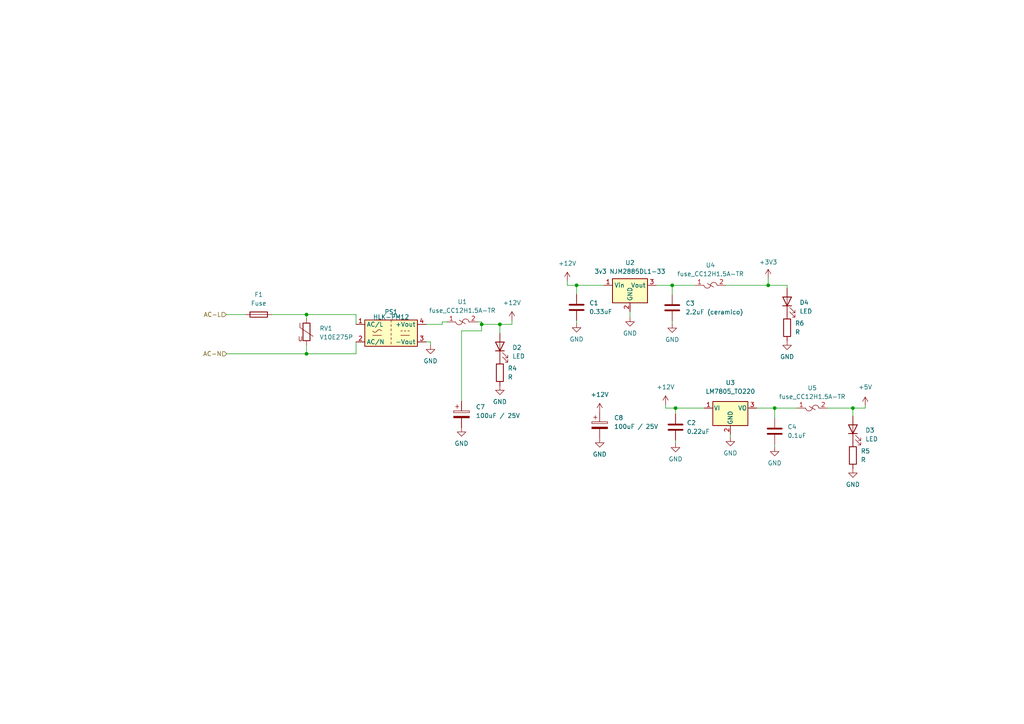
<source format=kicad_sch>
(kicad_sch (version 20230121) (generator eeschema)
  (paper "A4")
  (lib_symbols
    (symbol "Converter_ACDC:HLK-PM12"
      (property "Reference" "PS" (at 0 5.08 0))
      (property "Value" "HLK-PM12" (at 0 -5.08 0))
      (symbol "HLK-PM12_0_1"
        (rectangle (start -7.62 3.81) (end 7.62 -3.81) (stroke (width 0.254)) (fill (type background)))
        (arc (start -5.334 0.635) (mid -4.699 0.2495) (end -4.064 0.635))
        (arc (start -2.794 0.635) (mid -3.429 1.0072) (end -4.064 0.635))
        (polyline (pts (xy -5.334 -0.635) (xy -2.794 -0.635)))
        (polyline (pts (xy 0 -2.54) (xy 0 -3.175)))
        (polyline (pts (xy 0 -1.27) (xy 0 -1.905)))
        (polyline (pts (xy 0 0) (xy 0 -0.635)))
        (polyline (pts (xy 0 1.27) (xy 0 0.635)))
        (polyline (pts (xy 0 2.54) (xy 0 1.905)))
        (polyline (pts (xy 0 3.81) (xy 0 3.175)))
        (polyline (pts (xy 2.794 -0.635) (xy 5.334 -0.635)))
        (polyline (pts (xy 2.794 0.635) (xy 3.302 0.635)))
        (polyline (pts (xy 3.81 0.635) (xy 4.318 0.635)))
        (polyline (pts (xy 4.826 0.635) (xy 5.334 0.635)))
      )
      (symbol "HLK-PM12_1_1"
        (pin power_in line (at -10.16 2.54 0) (length 2.54) (name "AC/L") (number "1"))
        (pin power_in line (at -10.16 -2.54 0) (length 2.54) (name "AC/N") (number "2"))
        (pin power_out line (at 10.16 -2.54 180) (length 2.54) (name "-Vout") (number "3"))
        (pin power_out line (at 10.16 2.54 180) (length 2.54) (name "+Vout") (number "4"))
      )
    )
    (symbol "Device:C" (pin_numbers hide) (pin_names (offset 0.254))
      (property "Reference" "C" (at 0.635 2.54 0))
      (property "Value" "C" (at 0.635 -2.54 0))
      (symbol "C_0_1"
        (polyline (pts (xy -2.032 -0.762) (xy 2.032 -0.762)) (stroke (width 0.508)))
        (polyline (pts (xy -2.032 0.762) (xy 2.032 0.762)) (stroke (width 0.508)))
      )
      (symbol "C_1_1"
        (pin passive line (at 0 3.81 270) (length 2.794) (name "~") (number "1"))
        (pin passive line (at 0 -3.81 90) (length 2.794) (name "~") (number "2"))
      )
    )
    (symbol "Device:C_Polarized" (pin_numbers hide) (pin_names (offset 0.254))
      (property "Reference" "C" (at 0.635 2.54 0))
      (property "Value" "C_Polarized" (at 0.635 -2.54 0))
      (symbol "C_Polarized_0_1"
        (rectangle (start -2.286 0.508) (end 2.286 1.016))
        (polyline (pts (xy -1.778 2.286) (xy -0.762 2.286)))
        (polyline (pts (xy -1.27 2.794) (xy -1.27 1.778)))
        (rectangle (start 2.286 -0.508) (end -2.286 -1.016) (fill (type outline)))
      )
      (symbol "C_Polarized_1_1"
        (pin passive line (at 0 3.81 270) (length 2.794) (name "~") (number "1"))
        (pin passive line (at 0 -3.81 90) (length 2.794) (name "~") (number "2"))
      )
    )
    (symbol "Device:Fuse" (pin_numbers hide) (pin_names (offset 0))
      (property "Reference" "F" (at 2.032 0 90))
      (property "Value" "Fuse" (at -1.905 0 90))
      (symbol "Fuse_0_1"
        (rectangle (start -0.762 -2.54) (end 0.762 2.54) (stroke (width 0.254)))
        (polyline (pts (xy 0 2.54) (xy 0 -2.54)))
      )
      (symbol "Fuse_1_1"
        (pin passive line (at 0 3.81 270) (length 1.27) (name "~") (number "1"))
        (pin passive line (at 0 -3.81 90) (length 1.27) (name "~") (number "2"))
      )
    )
    (symbol "Device:LED" (pin_numbers hide) (pin_names (offset 1.016) hide)
      (property "Reference" "D" (at 0 2.54 0))
      (property "Value" "LED" (at 0 -2.54 0))
      (symbol "LED_0_1"
        (polyline (pts (xy -1.27 -1.27) (xy -1.27 1.27)) (stroke (width 0.254)))
        (polyline (pts (xy -1.27 0) (xy 1.27 0)))
        (polyline (pts (xy 1.27 -1.27) (xy 1.27 1.27) (xy -1.27 0) (xy 1.27 -1.27)) (stroke (width 0.254)))
        (polyline (pts (xy -3.048 -0.762) (xy -4.572 -2.286) (xy -3.81 -2.286) (xy -4.572 -2.286) (xy -4.572 -1.524)))
        (polyline (pts (xy -1.778 -0.762) (xy -3.302 -2.286) (xy -2.54 -2.286) (xy -3.302 -2.286) (xy -3.302 -1.524)))
      )
      (symbol "LED_1_1"
        (pin passive line (at -3.81 0 0) (length 2.54) (name "K") (number "1"))
        (pin passive line (at 3.81 0 180) (length 2.54) (name "A") (number "2"))
      )
    )
    (symbol "Device:R" (pin_numbers hide) (pin_names (offset 0))
      (property "Reference" "R" (at 2.032 0 90))
      (property "Value" "R" (at 0 0 90))
      (symbol "R_0_1"
        (rectangle (start -1.016 -2.54) (end 1.016 2.54) (stroke (width 0.254)))
      )
      (symbol "R_1_1"
        (pin passive line (at 0 3.81 270) (length 1.27) (name "~") (number "1"))
        (pin passive line (at 0 -3.81 90) (length 1.27) (name "~") (number "2"))
      )
    )
    (symbol "Device:Varistor" (pin_numbers hide) (pin_names (offset 0))
      (property "Reference" "RV" (at 3.175 0 90))
      (property "Value" "Varistor" (at -3.175 0 90))
      (symbol "Varistor_0_0"
        (text "U" (at -1.778 -2.032 0) (effects (font (size 1.27 1.27))))
      )
      (symbol "Varistor_0_1"
        (rectangle (start -1.016 -2.54) (end 1.016 2.54) (stroke (width 0.254)))
        (polyline (pts (xy -1.905 2.54) (xy -1.905 1.27) (xy 1.905 -1.27)))
      )
      (symbol "Varistor_1_1"
        (pin passive line (at 0 3.81 270) (length 1.27) (name "~") (number "1"))
        (pin passive line (at 0 -3.81 90) (length 1.27) (name "~") (number "2"))
      )
    )
    (symbol "Regulator_Linear:LM7805_TO220" (pin_names (offset 0.254))
      (property "Reference" "U" (at -3.81 3.175 0))
      (property "Value" "LM7805_TO220" (at 0 3.175 0))
      (symbol "LM7805_TO220_0_1"
        (rectangle (start -5.08 1.905) (end 5.08 -5.08) (stroke (width 0.254)) (fill (type background)))
      )
      (symbol "LM7805_TO220_1_1"
        (pin power_in line (at -7.62 0 0) (length 2.54) (name "VI") (number "1"))
        (pin power_in line (at 0 -7.62 90) (length 2.54) (name "GND") (number "2"))
        (pin power_out line (at 7.62 0 180) (length 2.54) (name "VO") (number "3"))
      )
    )
    (symbol "nuevos simvolos:3v3 NJM2885DL1-33"
      (property "Reference" "U" (at 0 6.096 0))
      (property "Value" "3v3 NJM2885DL1-33" (at 0 4.572 0))
      (symbol "3v3 NJM2885DL1-33_0_1"
        (rectangle (start -5.08 3.683) (end 5.08 -3.302) (stroke (width 0.254)) (fill (type background)))
      )
      (symbol "3v3 NJM2885DL1-33_1_1"
        (pin power_in line (at -7.62 1.778 0) (length 2.54) (name "Vin") (number "1"))
        (pin power_out line (at 0 -5.842 90) (length 2.54) (name "GND") (number "2"))
        (pin power_out line (at 7.62 1.778 180) (length 2.54) (name "Vout") (number "3"))
      )
    )
    (symbol "nuevos simvolos:fuse_CC12H1.5A-TR"
      (property "Reference" "U" (at 0 -2.032 0))
      (property "Value" "fuse_CC12H1.5A-TR" (at 0 -3.556 0))
      (symbol "fuse_CC12H1.5A-TR_0_1"
        (arc (start -2.032 0) (mid -1.0445 -0.8235) (end -0.1016 0.0508))
        (polyline (pts (xy -1.016 0.508) (xy 0.762 -0.508)))
        (arc (start 1.778 0) (mid 0.8608 0.859) (end -0.1016 0.0508))
      )
      (symbol "fuse_CC12H1.5A-TR_1_1"
        (pin input line (at -4.572 0 0) (length 2.54) (name "") (number "1"))
        (pin output line (at 4.318 0 180) (length 2.54) (name "") (number "2"))
      )
    )
    (symbol "power:+12V" (power) (pin_names (offset 0))
      (property "Value" "+12V" (at 0 3.556 0))
      (symbol "+12V_0_1"
        (polyline (pts (xy -0.762 1.27) (xy 0 2.54)))
        (polyline (pts (xy 0 0) (xy 0 2.54)))
        (polyline (pts (xy 0 2.54) (xy 0.762 1.27)))
      )
      (symbol "+12V_1_1"
        (pin power_in line (at 0 0 90) (length 0) hide (name "+12V") (number "1"))
      )
    )
    (symbol "power:+3V3" (power) (pin_names (offset 0))
      (property "Value" "+3V3" (at 0 3.556 0))
      (symbol "+3V3_0_1"
        (polyline (pts (xy -0.762 1.27) (xy 0 2.54)))
        (polyline (pts (xy 0 0) (xy 0 2.54)))
        (polyline (pts (xy 0 2.54) (xy 0.762 1.27)))
      )
      (symbol "+3V3_1_1"
        (pin power_in line (at 0 0 90) (length 0) hide (name "+3V3") (number "1"))
      )
    )
    (symbol "power:+5V" (power) (pin_names (offset 0))
      (property "Value" "+5V" (at 0 3.556 0))
      (symbol "+5V_0_1"
        (polyline (pts (xy -0.762 1.27) (xy 0 2.54)))
        (polyline (pts (xy 0 0) (xy 0 2.54)))
        (polyline (pts (xy 0 2.54) (xy 0.762 1.27)))
      )
      (symbol "+5V_1_1"
        (pin power_in line (at 0 0 90) (length 0) hide (name "+5V") (number "1"))
      )
    )
    (symbol "power:GND" (power) (pin_names (offset 0))
      (property "Value" "GND" (at 0 -3.81 0))
      (symbol "GND_0_1"
        (polyline (pts (xy 0 0) (xy 0 -1.27) (xy 1.27 -1.27) (xy 0 -2.54) (xy -1.27 -1.27) (xy 0 -1.27)))
      )
      (symbol "GND_1_1"
        (pin power_in line (at 0 0 270) (length 0) hide (name "GND") (number "1"))
      )
    )
  )
  (junction (at 195.9356 118.364))
  (junction (at 224.6884 118.364))
  (junction (at 222.8088 82.7532))
  (junction (at 167.2336 82.7532))
  (junction (at 144.9832 94.0816))
  (junction (at 139.7 94.0816))
  (junction (at 247.3706 118.364))
  (junction (at 194.9704 82.7532))
  (junction (at 88.9 102.616))
  (junction (at 88.9 91.2368))
  (wire (pts (xy 222.8088 82.7532) (xy 228.2952 82.7532)))
  (wire (pts (xy 210.5152 82.7532) (xy 222.8088 82.7532)))
  (wire (pts (xy 139.7 93.3704) (xy 139.7 94.0816)))
  (wire (pts (xy 139.7 95.9612) (xy 139.7 94.0816)))
  (wire (pts (xy 78.8416 91.2368) (xy 88.9 91.2368)))
  (wire (pts (xy 144.9832 94.0816) (xy 148.4884 94.0816)))
  (wire (pts (xy 224.6884 128.8796) (xy 224.6884 129.6924)))
  (wire (pts (xy 167.2336 92.964) (xy 167.2336 93.7768)))
  (wire (pts (xy 224.6884 118.364) (xy 224.6884 121.2596)))
  (wire (pts (xy 224.6884 118.364) (xy 231.14 118.364)))
  (wire (pts (xy 88.9 100.076) (xy 88.9 102.616)))
  (wire (pts (xy 190.3476 82.7532) (xy 194.9704 82.7532)))
  (wire (pts (xy 219.456 118.364) (xy 224.6884 118.364)))
  (wire (pts (xy 222.8088 80.6704) (xy 222.8088 82.7532)))
  (wire (pts (xy 88.9 102.616) (xy 103.2764 102.616)))
  (wire (pts (xy 194.9704 82.7532) (xy 201.6252 82.7532)))
  (wire (pts (xy 194.9704 93.0656) (xy 194.9704 93.8784)))
  (wire (pts (xy 247.3706 118.364) (xy 247.3706 120.6754)))
  (wire (pts (xy 65.6336 91.2368) (xy 71.2216 91.2368)))
  (wire (pts (xy 167.2336 82.7532) (xy 175.1076 82.7532)))
  (wire (pts (xy 144.9832 94.0816) (xy 144.9832 96.6724)))
  (wire (pts (xy 123.5964 99.1616) (xy 124.8664 99.1616)))
  (wire (pts (xy 139.7 94.0816) (xy 144.9832 94.0816)))
  (wire (pts (xy 138.5316 93.3704) (xy 139.7 93.3704)))
  (wire (pts (xy 103.2764 102.616) (xy 103.2764 99.1616)))
  (wire (pts (xy 124.8664 99.1616) (xy 124.8664 100.076)))
  (wire (pts (xy 240.03 118.364) (xy 247.3706 118.364)))
  (wire (pts (xy 128.27 93.3704) (xy 128.27 94.0816)))
  (wire (pts (xy 103.2764 91.2368) (xy 103.2764 94.0816)))
  (wire (pts (xy 164.5412 81.4832) (xy 164.5412 82.7532)))
  (wire (pts (xy 148.4884 92.9132) (xy 148.4884 94.0816)))
  (wire (pts (xy 195.9356 118.364) (xy 195.9356 120.0912)))
  (wire (pts (xy 193.04 118.364) (xy 195.9356 118.364)))
  (wire (pts (xy 182.7276 90.3732) (xy 182.7276 92.0496)))
  (wire (pts (xy 195.9356 118.364) (xy 204.216 118.364)))
  (wire (pts (xy 133.858 116.3828) (xy 133.858 95.9612)))
  (wire (pts (xy 167.2336 82.7532) (xy 167.2336 85.344)))
  (wire (pts (xy 123.5964 94.0816) (xy 128.27 94.0816)))
  (wire (pts (xy 228.2952 83.6168) (xy 228.2952 82.7532)))
  (wire (pts (xy 211.836 125.984) (xy 211.836 126.7968)))
  (wire (pts (xy 164.5412 82.7532) (xy 167.2336 82.7532)))
  (wire (pts (xy 193.04 117.348) (xy 193.04 118.364)))
  (wire (pts (xy 88.9 91.2368) (xy 88.9 92.456)))
  (wire (pts (xy 65.786 102.616) (xy 88.9 102.616)))
  (wire (pts (xy 129.6416 93.3704) (xy 128.27 93.3704)))
  (wire (pts (xy 250.952 118.364) (xy 250.952 117.7036)))
  (wire (pts (xy 133.858 95.9612) (xy 139.7 95.9612)))
  (wire (pts (xy 247.3706 118.364) (xy 250.952 118.364)))
  (wire (pts (xy 88.9 91.2368) (xy 103.2764 91.2368)))
  (wire (pts (xy 195.9356 127.7112) (xy 195.9356 128.524)))
  (wire (pts (xy 194.9704 82.7532) (xy 194.9704 85.4456)))
  (hierarchical_label "AC-L" (shape input) (at 65.6336 91.2368 180))
  (hierarchical_label "AC-N" (shape input) (at 65.786 102.616 180))
  (symbol (lib_id "Device:C") (at 194.9704 89.2556 0) (unit 1)
    (property "Reference" "C3" (at 198.8312 87.9855 0) (effects (justify left)))
    (property "Value" "2.2uF (ceramico)" (at 198.8312 90.5255 0) (effects (justify left)))
    (property "Footprint" "Capacitor_SMD:C_0805_2012Metric" (effects hide))
  )
  (symbol (lib_id "Device:C") (at 195.9356 123.9012 0) (unit 1)
    (property "Reference" "C2" (at 199.1868 122.6311 0) (effects (justify left)))
    (property "Value" "0.22uF" (at 199.1868 125.1711 0) (effects (justify left)))
    (property "Footprint" "Capacitor_SMD:C_0805_2012Metric" (effects hide))
  )
  (symbol (lib_id "Device:R") (at 228.2952 95.0468 0) (unit 1)
    (property "Reference" "R6" (at 230.5812 93.7767 0) (effects (justify left)))
    (property "Value" "R" (at 230.5812 96.3167 0) (effects (justify left)))
    (property "Footprint" "Resistor_SMD:R_0805_2012Metric" (effects hide))
  )
  (symbol (lib_id "Device:LED") (at 144.9832 100.4824 90) (unit 1)
    (property "Reference" "D2" (at 148.59 100.7998 90) (effects (justify right)))
    (property "Value" "LED" (at 148.59 103.3398 90) (effects (justify right)))
    (property "Footprint" "LED_SMD:LED_0805_2012Metric" (effects hide))
  )
  (symbol (lib_id "power:GND") (at 247.3706 135.9154 0) (unit 1)
    (property "Reference" "#PWR0146" (effects hide))
    (property "Value" "GND" (at 247.3706 140.5382 0))
  )
  (symbol (lib_id "Device:C_Polarized") (at 133.858 120.1928 0) (unit 1)
    (property "Reference" "C7" (at 137.9982 118.0337 0) (effects (justify left)))
    (property "Value" "100uF / 25V" (at 137.9982 120.5737 0) (effects (justify left)))
    (property "Footprint" "Capacitor_THT:CP_Radial_D6.3mm_P2.50mm" (effects hide))
  )
  (symbol (lib_id "Device:C") (at 167.2336 89.154 0) (unit 1)
    (property "Reference" "C1" (at 170.8912 87.8839 0) (effects (justify left)))
    (property "Value" "0.33uF" (at 170.8912 90.4239 0) (effects (justify left)))
    (property "Footprint" "Capacitor_SMD:C_0805_2012Metric" (effects hide))
  )
  (symbol (lib_id "Device:C_Polarized") (at 173.9392 123.3424 0) (unit 1)
    (property "Reference" "C8" (at 178.0794 121.1833 0) (effects (justify left)))
    (property "Value" "100uF / 25V" (at 178.0794 123.7233 0) (effects (justify left)))
    (property "Footprint" "Capacitor_THT:CP_Radial_D6.3mm_P2.50mm" (effects hide))
  )
  (symbol (lib_id "power:GND") (at 228.2952 98.8568 0) (unit 1)
    (property "Reference" "#PWR0145" (effects hide))
    (property "Value" "GND" (at 228.2952 103.4796 0))
  )
  (symbol (lib_id "Device:Fuse") (at 75.0316 91.2368 270) (unit 1)
    (property "Reference" "F1" (at 75.0316 85.4456 90))
    (property "Value" "Fuse" (at 75.0316 87.9856 90))
    (property "Footprint" "Fuse:Fuseholder_Clip-5x20mm_Keystone_3517_Inline_P23.11x6.76mm_D1.70mm_Horizontal" (effects hide))
  )
  (symbol (lib_id "power:GND") (at 144.9832 111.9124 0) (unit 1)
    (property "Reference" "#PWR0144" (effects hide))
    (property "Value" "GND" (at 144.9832 116.5352 0))
  )
  (symbol (lib_id "Device:R") (at 144.9832 108.1024 0) (unit 1)
    (property "Reference" "R4" (at 147.2692 106.8323 0) (effects (justify left)))
    (property "Value" "R" (at 147.2692 109.3723 0) (effects (justify left)))
    (property "Footprint" "Resistor_SMD:R_0805_2012Metric" (effects hide))
  )
  (symbol (lib_id "Device:Varistor") (at 88.9 96.266 0) (unit 1)
    (property "Reference" "RV1" (at 92.6592 95.2491 0) (effects (justify left)))
    (property "Value" "V10E275P" (at 92.6592 97.7891 0) (effects (justify left)))
    (property "Footprint" "varistor:VAR_B72210S1140K501" (effects hide))
  )
  (symbol (lib_id "power:+5V") (at 250.952 117.7036 0) (unit 1)
    (property "Reference" "#PWR0106" (effects hide))
    (property "Value" "+5V" (at 250.952 112.268 0))
  )
  (symbol (lib_id "power:GND") (at 182.7276 92.0496 0) (unit 1)
    (property "Reference" "#PWR0105" (effects hide))
    (property "Value" "GND" (at 182.7276 96.6724 0))
  )
  (symbol (lib_id "Converter_ACDC:HLK-PM12") (at 113.4364 96.6216 0) (unit 1)
    (property "Reference" "PS1" (at 113.4364 90.4748 0))
    (property "Value" "HLK-PM12" (at 113.4364 91.948 0))
    (property "Footprint" "Converter_ACDC:Converter_ACDC_HiLink_HLK-PMxx" (effects hide))
    (property "Datasheet" "http://www.hlktech.net/product_detail.php?ProId=56" (effects hide))
  )
  (symbol (lib_id "power:+12V") (at 148.4884 92.9132 0) (unit 1)
    (property "Reference" "#PWR0111" (effects hide))
    (property "Value" "+12V" (at 148.4884 87.8332 0))
  )
  (symbol (lib_id "power:GND") (at 194.9704 93.8784 0) (unit 1)
    (property "Reference" "#PWR0109" (effects hide))
    (property "Value" "GND" (at 194.9704 98.5012 0))
  )
  (symbol (lib_id "power:GND") (at 173.9392 127.1524 0) (unit 1)
    (property "Reference" "#PWR0157" (effects hide))
    (property "Value" "GND" (at 173.9392 131.7752 0))
  )
  (symbol (lib_id "power:+3V3") (at 222.8088 80.6704 0) (unit 1)
    (property "Reference" "#PWR0108" (effects hide))
    (property "Value" "+3V3" (at 222.8088 76.0476 0))
  )
  (symbol (lib_id "Device:LED") (at 247.3706 124.4854 90) (unit 1)
    (property "Reference" "D3" (at 250.9774 124.8028 90) (effects (justify right)))
    (property "Value" "LED" (at 250.9774 127.3428 90) (effects (justify right)))
    (property "Footprint" "LED_SMD:LED_0805_2012Metric" (effects hide))
  )
  (symbol (lib_id "power:GND") (at 124.8664 100.076 0) (unit 1)
    (property "Reference" "#PWR0112" (effects hide))
    (property "Value" "GND" (at 124.8664 104.6988 0))
  )
  (symbol (lib_id "Device:LED") (at 228.2952 87.4268 90) (unit 1)
    (property "Reference" "D4" (at 231.902 87.7442 90) (effects (justify right)))
    (property "Value" "LED" (at 231.902 90.2842 90) (effects (justify right)))
    (property "Footprint" "LED_SMD:LED_0805_2012Metric" (effects hide))
  )
  (symbol (lib_id "Device:C") (at 224.6884 125.0696 0) (unit 1)
    (property "Reference" "C4" (at 228.3968 123.7995 0) (effects (justify left)))
    (property "Value" "0.1uF" (at 228.3968 126.3395 0) (effects (justify left)))
    (property "Footprint" "Capacitor_SMD:C_0805_2012Metric" (effects hide))
  )
  (symbol (lib_id "nuevos simvolos:fuse_CC12H1.5A-TR") (at 235.712 118.364 0) (unit 1)
    (property "Reference" "U5" (at 235.585 112.522 0))
    (property "Value" "fuse_CC12H1.5A-TR" (at 235.585 115.062 0))
    (property "Footprint" "nuevo simbolo:CC12H1.5A-TR" (effects hide))
    (property "Datasheet" "https://www.mouser.com/datasheet/2/87/eaton_cc12h_high_i2t_chip_fuses_data_sheet-1608530.pdf" (effects hide))
  )
  (symbol (lib_id "power:GND") (at 133.858 124.0028 0) (unit 1)
    (property "Reference" "#PWR0159" (effects hide))
    (property "Value" "GND" (at 133.858 128.6256 0))
  )
  (symbol (lib_id "power:+12V") (at 193.04 117.348 0) (unit 1)
    (property "Reference" "#PWR0110" (effects hide))
    (property "Value" "+12V" (at 193.04 112.268 0))
  )
  (symbol (lib_id "power:GND") (at 167.2336 93.7768 0) (unit 1)
    (property "Reference" "#PWR0101" (effects hide))
    (property "Value" "GND" (at 167.2336 98.3996 0))
  )
  (symbol (lib_id "power:+12V") (at 164.5412 81.4832 0) (unit 1)
    (property "Reference" "#PWR0102" (effects hide))
    (property "Value" "+12V" (at 164.5412 76.4032 0))
  )
  (symbol (lib_id "nuevos simvolos:fuse_CC12H1.5A-TR") (at 206.1972 82.7532 0) (unit 1)
    (property "Reference" "U4" (at 206.0702 76.9112 0))
    (property "Value" "fuse_CC12H1.5A-TR" (at 206.0702 79.4512 0))
    (property "Footprint" "nuevo simbolo:CC12H1.5A-TR" (effects hide))
    (property "Datasheet" "https://www.mouser.com/datasheet/2/87/eaton_cc12h_high_i2t_chip_fuses_data_sheet-1608530.pdf" (effects hide))
  )
  (symbol (lib_id "Regulator_Linear:LM7805_TO220") (at 211.836 118.364 0) (unit 1)
    (property "Reference" "U3" (at 211.836 110.998 0))
    (property "Value" "LM7805_TO220" (at 211.836 113.538 0))
    (property "Footprint" "Package_TO_SOT_THT:TO-220-3_Vertical" (effects hide))
    (property "Datasheet" "https://www.onsemi.cn/PowerSolutions/document/MC7800-D.PDF" (effects hide))
  )
  (symbol (lib_id "nuevos simvolos:3v3 NJM2885DL1-33") (at 182.7276 84.5312 0) (unit 1)
    (property "Reference" "U2" (at 182.7276 76.2 0))
    (property "Value" "3v3 NJM2885DL1-33" (at 182.7276 78.74 0))
    (property "Footprint" "Package_TO_SOT_SMD:TO-252-2" (effects hide))
    (property "Datasheet" "https://www.snapeda.com/parts/NJM2885DL1-33-TE1/NJR/datasheet/" (effects hide))
  )
  (symbol (lib_id "power:+12V") (at 173.9392 119.5324 0) (unit 1)
    (property "Reference" "#PWR0158" (effects hide))
    (property "Value" "+12V" (at 173.9392 114.4524 0))
  )
  (symbol (lib_id "nuevos simvolos:fuse_CC12H1.5A-TR") (at 134.2136 93.3704 0) (unit 1)
    (property "Reference" "U1" (at 134.0866 87.5284 0))
    (property "Value" "fuse_CC12H1.5A-TR" (at 134.0866 90.0684 0))
    (property "Footprint" "nuevo simbolo:CC12H1.5A-TR" (effects hide))
    (property "Datasheet" "https://www.mouser.com/datasheet/2/87/eaton_cc12h_high_i2t_chip_fuses_data_sheet-1608530.pdf" (effects hide))
  )
  (symbol (lib_id "power:GND") (at 211.836 126.7968 0) (unit 1)
    (property "Reference" "#PWR0104" (effects hide))
    (property "Value" "GND" (at 211.836 131.4196 0))
  )
  (symbol (lib_id "power:GND") (at 195.9356 128.524 0) (unit 1)
    (property "Reference" "#PWR0103" (effects hide))
    (property "Value" "GND" (at 195.9356 133.1468 0))
  )
  (symbol (lib_id "Device:R") (at 247.3706 132.1054 0) (unit 1)
    (property "Reference" "R5" (at 249.6566 130.8353 0) (effects (justify left)))
    (property "Value" "R" (at 249.6566 133.3753 0) (effects (justify left)))
    (property "Footprint" "Resistor_SMD:R_0805_2012Metric" (effects hide))
  )
  (symbol (lib_id "power:GND") (at 224.6884 129.6924 0) (unit 1)
    (property "Reference" "#PWR0107" (effects hide))
    (property "Value" "GND" (at 224.6884 134.3152 0))
  )
)
</source>
